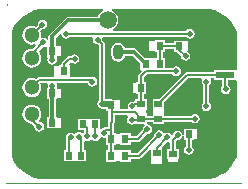
<source format=gtl>
%FSLAX25Y25*%
%MOIN*%
G70*
G01*
G75*
G04 Layer_Physical_Order=1*
G04 Layer_Color=255*
%ADD10C,0.05118*%
%ADD11R,0.05906X0.02165*%
%ADD12R,0.02165X0.02559*%
%ADD13R,0.02559X0.02165*%
%ADD14R,0.02362X0.02756*%
%ADD15R,0.02756X0.02362*%
%ADD16C,0.00787*%
%ADD17C,0.01181*%
%ADD18C,0.01969*%
%ADD19R,0.00197X0.00630*%
%ADD20R,0.78740X0.00315*%
%ADD21C,0.05906*%
%ADD22O,0.03500X0.05000*%
%ADD23C,0.01969*%
G36*
X40511Y22189D02*
X40622Y21981D01*
X40288Y21481D01*
X40166Y20866D01*
X40288Y20252D01*
X40636Y19731D01*
X41157Y19383D01*
X41772Y19261D01*
X42386Y19383D01*
X42661Y19566D01*
X43012Y19566D01*
Y19566D01*
X45943D01*
X46088Y19088D01*
X45912Y18970D01*
X45564Y18449D01*
X45442Y17835D01*
X45472Y17679D01*
X43403Y15610D01*
X41424D01*
Y16578D01*
X37881D01*
Y16360D01*
X36700D01*
Y16578D01*
X35931D01*
Y19544D01*
X36006Y19655D01*
X36018Y19719D01*
X36082Y20039D01*
Y22422D01*
X40356D01*
X40511Y22189D01*
D02*
G37*
G36*
X67617Y57805D02*
X69431Y57369D01*
X71154Y56656D01*
X72745Y55681D01*
X74163Y54469D01*
X75375Y53051D01*
X76349Y51460D01*
X76850Y50252D01*
Y37516D01*
X76477D01*
Y37516D01*
X69391D01*
Y36830D01*
X60287D01*
X59903Y36754D01*
X59795Y36682D01*
X59577Y36536D01*
X50875Y27834D01*
X48761D01*
Y24291D01*
X48980D01*
Y23110D01*
X48761D01*
Y22341D01*
X46949D01*
Y23110D01*
X46730D01*
Y24291D01*
X46949D01*
Y27834D01*
X45964D01*
Y29630D01*
X46643D01*
Y33370D01*
X45964D01*
Y35057D01*
X46990Y36083D01*
X55409D01*
X55479Y35979D01*
X56000Y35631D01*
X56614Y35509D01*
X57229Y35631D01*
X57749Y35979D01*
X58098Y36500D01*
X58220Y37114D01*
X58098Y37729D01*
X57749Y38250D01*
X57229Y38598D01*
X56614Y38720D01*
X56000Y38598D01*
X55479Y38250D01*
X55372Y38090D01*
X52994D01*
Y41598D01*
X52226D01*
Y43481D01*
X52994D01*
Y44390D01*
X55970D01*
Y43535D01*
X57015D01*
X58189Y42360D01*
X58158Y42205D01*
X58280Y41590D01*
X58628Y41069D01*
X59149Y40721D01*
X59764Y40599D01*
X60378Y40721D01*
X60899Y41069D01*
X61247Y41590D01*
X61369Y42205D01*
X61247Y42819D01*
X60899Y43340D01*
X60378Y43688D01*
X60378Y43688D01*
X60378D01*
Y43688D01*
X60385Y43755D01*
X60512D01*
X60462Y43805D01*
Y47055D01*
X59316D01*
Y47275D01*
X55970D01*
Y46397D01*
X52994D01*
Y47418D01*
X49450D01*
Y47200D01*
X47660D01*
Y43700D01*
X49450D01*
Y43481D01*
X50219D01*
Y41598D01*
X49450D01*
Y41380D01*
X48270D01*
Y41598D01*
X46232D01*
X43475Y44355D01*
X43085Y44616D01*
X42624Y44708D01*
X42624Y44708D01*
X39617D01*
X39535Y45123D01*
X39017Y45897D01*
X38243Y46415D01*
X37330Y46596D01*
X36417Y46415D01*
X35643Y45897D01*
X35125Y45123D01*
X34944Y44210D01*
Y42710D01*
X35125Y41797D01*
X35643Y41023D01*
X36417Y40505D01*
X37330Y40324D01*
X38243Y40505D01*
X39017Y41023D01*
X39535Y41797D01*
X39635Y42300D01*
X42125D01*
X44726Y39699D01*
Y37661D01*
X45077D01*
X45268Y37200D01*
X44251Y36182D01*
X44034Y35857D01*
X43957Y35472D01*
Y33370D01*
X43297D01*
Y33150D01*
X42102D01*
Y29850D01*
X43297D01*
Y29630D01*
X43957D01*
Y27834D01*
X43012D01*
Y27066D01*
X42717D01*
X42333Y26990D01*
X42278Y26954D01*
X42047Y26999D01*
X41433Y26877D01*
X40912Y26529D01*
X40564Y26008D01*
X40442Y25394D01*
X40557Y24815D01*
X40239Y24429D01*
X37898D01*
Y27420D01*
X36703D01*
Y27640D01*
X35316D01*
X35103Y27783D01*
X35001Y27803D01*
X34488Y27905D01*
X34488Y27905D01*
X33011D01*
Y46220D01*
X32948Y46541D01*
X32935Y46604D01*
X32717Y46930D01*
X32034Y47614D01*
X32039Y47638D01*
X31916Y48252D01*
X32104Y48603D01*
X59918D01*
X60006Y48471D01*
X60527Y48123D01*
X61142Y48001D01*
X61756Y48123D01*
X62277Y48471D01*
X62625Y48992D01*
X62747Y49606D01*
X62625Y50221D01*
X62277Y50742D01*
X61756Y51090D01*
X61142Y51212D01*
X60527Y51090D01*
X60006Y50742D01*
X59918Y50610D01*
X35764D01*
X35742Y50662D01*
X35599Y51083D01*
X36316Y51633D01*
X36884Y52373D01*
X37240Y53235D01*
X37362Y54160D01*
X37240Y55085D01*
X36884Y55947D01*
X36316Y56687D01*
X35575Y57255D01*
X35098Y57453D01*
X35195Y57943D01*
X65757D01*
X65786Y57949D01*
X67617Y57805D01*
D02*
G37*
G36*
X13001Y57943D02*
X32381D01*
X32479Y57453D01*
X32002Y57255D01*
X31261Y56687D01*
X30693Y55947D01*
X30452Y55364D01*
X20695D01*
X20235Y55273D01*
X19844Y55011D01*
X14424Y49592D01*
X14163Y49201D01*
X14071Y48740D01*
X14071Y48740D01*
Y47752D01*
X13593Y47607D01*
X13419Y47868D01*
X12898Y48216D01*
X12284Y48338D01*
X12032Y48288D01*
X11667Y48630D01*
X11737Y49160D01*
X11629Y49982D01*
X11377Y50588D01*
X11892Y51102D01*
X12047Y51072D01*
X12662Y51194D01*
X13183Y51542D01*
X13531Y52063D01*
X13653Y52677D01*
X13531Y53292D01*
X13183Y53812D01*
X12662Y54161D01*
X12047Y54283D01*
X11433Y54161D01*
X10912Y53812D01*
X10564Y53292D01*
X10442Y52677D01*
X10473Y52522D01*
X9946Y51995D01*
X9382Y52228D01*
X8560Y52337D01*
X7738Y52228D01*
X6972Y51911D01*
X6314Y51406D01*
X5809Y50748D01*
X5491Y49982D01*
X5383Y49160D01*
X5491Y48338D01*
X5809Y47572D01*
X6314Y46914D01*
X6972Y46409D01*
X7738Y46091D01*
X8560Y45983D01*
X9382Y46091D01*
X9634Y46196D01*
X9912Y45780D01*
X8789Y44657D01*
X8560Y44687D01*
X7738Y44578D01*
X6972Y44261D01*
X6314Y43756D01*
X5809Y43098D01*
X5491Y42332D01*
X5383Y41510D01*
X5491Y40688D01*
X5809Y39922D01*
X6314Y39264D01*
X6972Y38759D01*
X7738Y38442D01*
X8560Y38333D01*
X9382Y38442D01*
X10148Y38759D01*
X10806Y39264D01*
X11311Y39922D01*
X11629Y40688D01*
X11737Y41510D01*
X11629Y42332D01*
X11311Y43098D01*
X10806Y43756D01*
X10801Y43831D01*
X12128Y45158D01*
X12284Y45127D01*
X12898Y45249D01*
X13156Y45421D01*
X13597Y45185D01*
Y41880D01*
X13597Y41880D01*
X13597D01*
X13790Y41519D01*
X13786Y41514D01*
X13664Y40900D01*
X13786Y40285D01*
X14134Y39764D01*
X14655Y39416D01*
X15270Y39294D01*
X15884Y39416D01*
X16405Y39764D01*
X16753Y40285D01*
X16875Y40900D01*
X16753Y41514D01*
X16750Y41519D01*
X16943Y41880D01*
X16943D01*
D01*
D01*
X16943Y42100D01*
X18138D01*
Y45400D01*
X16943D01*
Y45620D01*
X16480D01*
Y48241D01*
X17895Y49657D01*
X18374Y49512D01*
X18477Y48992D01*
X18825Y48471D01*
X19346Y48123D01*
X19961Y48001D01*
X20575Y48123D01*
X21096Y48471D01*
X21184Y48603D01*
X28625D01*
X28942Y48216D01*
X28827Y47638D01*
X28950Y47023D01*
X29298Y46502D01*
X29818Y46154D01*
X30433Y46032D01*
X30618Y46069D01*
X31004Y45752D01*
Y27523D01*
X30872Y27435D01*
X30524Y26914D01*
X30402Y26299D01*
X30524Y25685D01*
X30872Y25164D01*
X31393Y24816D01*
X32008Y24694D01*
X33356D01*
Y23900D01*
X34075D01*
Y23307D01*
Y20384D01*
X34001Y20272D01*
X33924Y19888D01*
Y18444D01*
X33031D01*
X32647Y18368D01*
X32419Y18215D01*
X31826Y18098D01*
X31711Y18020D01*
X31270Y18256D01*
Y21310D01*
X27924D01*
Y21090D01*
X27333D01*
Y21310D01*
X23987D01*
Y17570D01*
X25965D01*
Y16617D01*
X25833Y16529D01*
X25801Y16481D01*
X25357D01*
X24836Y16829D01*
X24221Y16951D01*
X23607Y16829D01*
X23086Y16481D01*
X23025Y16389D01*
X22535Y16292D01*
X22071Y16601D01*
X21457Y16724D01*
X20842Y16601D01*
X20321Y16253D01*
X19973Y15733D01*
X19851Y15118D01*
X19900Y14873D01*
X19900Y14872D01*
X19823Y14488D01*
Y10808D01*
X19176D01*
Y7068D01*
X22523D01*
Y7288D01*
X23113D01*
Y7068D01*
X26460D01*
Y10808D01*
X25885D01*
Y13693D01*
X26326Y13929D01*
X26354Y13910D01*
X26969Y13788D01*
X27583Y13910D01*
X28104Y14258D01*
X28592D01*
X28598Y14249D01*
X29119Y13901D01*
X29733Y13779D01*
X30348Y13901D01*
X30869Y14249D01*
X31217Y14770D01*
X31264Y15007D01*
X31726Y15198D01*
X31826Y15131D01*
X32441Y15009D01*
X32770Y15074D01*
X33156Y14757D01*
Y12641D01*
X33924D01*
Y10949D01*
X33156D01*
Y7012D01*
X36700D01*
Y7230D01*
X37881D01*
Y7012D01*
X41424D01*
Y7976D01*
X44256D01*
X44640Y8053D01*
X44965Y8270D01*
X47670Y10975D01*
X48131Y10783D01*
Y7981D01*
X48350D01*
Y6190D01*
X51850D01*
Y7981D01*
X52069D01*
Y11524D01*
X52069Y11524D01*
X52069D01*
X51910Y11908D01*
X53506Y13504D01*
X53661Y13473D01*
X54201Y13580D01*
X54587Y13263D01*
Y11326D01*
X53740D01*
Y7980D01*
X53960D01*
Y6784D01*
X57260D01*
Y7980D01*
X57480D01*
Y11326D01*
X56594D01*
Y13797D01*
X56931Y14134D01*
X57087Y14103D01*
X57701Y14225D01*
X58222Y14573D01*
X58570Y15094D01*
X58689Y15692D01*
X58689Y15692D01*
X58689Y15692D01*
X59187Y15643D01*
Y14180D01*
X59863D01*
Y12081D01*
X59731Y11993D01*
X59383Y11472D01*
X59260Y10857D01*
X59383Y10243D01*
X59731Y9722D01*
X60252Y9374D01*
X60866Y9252D01*
X61481Y9374D01*
X62002Y9722D01*
X62350Y10243D01*
X62472Y10857D01*
X62350Y11472D01*
X62002Y11993D01*
X61870Y12081D01*
Y14180D01*
X62533D01*
Y14400D01*
X63728D01*
Y17700D01*
X62533D01*
Y17920D01*
X59187D01*
Y15775D01*
X58689Y15726D01*
X58570Y16323D01*
X58222Y16844D01*
X57701Y17192D01*
X57087Y17314D01*
X56472Y17192D01*
X55951Y16844D01*
X55603Y16323D01*
X55529Y15950D01*
X55038Y15852D01*
X54797Y16214D01*
X54276Y16562D01*
X53661Y16684D01*
X53047Y16562D01*
X52968Y16509D01*
X52428Y16402D01*
X52080Y16923D01*
X51559Y17271D01*
X50945Y17393D01*
X50330Y17271D01*
X49810Y16923D01*
X49461Y16402D01*
X49339Y15787D01*
X49390Y15533D01*
X43840Y9984D01*
X41424D01*
Y10949D01*
X37881D01*
Y10730D01*
X36700D01*
Y10949D01*
X35931D01*
Y12641D01*
X36700D01*
Y12860D01*
X37881D01*
Y12641D01*
X41424D01*
Y13603D01*
X43819D01*
X44203Y13679D01*
X44528Y13897D01*
X46892Y16260D01*
X47047Y16229D01*
X47662Y16351D01*
X48183Y16699D01*
X48531Y17220D01*
X48653Y17835D01*
X48531Y18449D01*
X48183Y18970D01*
X47662Y19318D01*
X47047Y19440D01*
D01*
X46962Y19497D01*
X46949Y19566D01*
X46949Y19566D01*
X46949Y19566D01*
Y20334D01*
X48761D01*
Y19566D01*
X52698D01*
Y20334D01*
X61689D01*
X61777Y20202D01*
X62298Y19854D01*
X62913Y19732D01*
X63527Y19854D01*
X64048Y20202D01*
X64396Y20723D01*
X64518Y21338D01*
X64396Y21952D01*
X64048Y22473D01*
X63527Y22821D01*
X62913Y22943D01*
X62298Y22821D01*
X61777Y22473D01*
X61689Y22341D01*
X52698D01*
Y23110D01*
X52480D01*
Y24291D01*
X52698D01*
Y26819D01*
X60703Y34823D01*
X65016D01*
X65252Y34382D01*
X65202Y34308D01*
X65080Y33694D01*
X65202Y33079D01*
X65550Y32558D01*
X65682Y32470D01*
Y26689D01*
X65550Y26601D01*
X65202Y26080D01*
X65080Y25465D01*
X65202Y24851D01*
X65550Y24330D01*
X66071Y23982D01*
X66686Y23859D01*
X67300Y23982D01*
X67821Y24330D01*
X68169Y24851D01*
X68291Y25465D01*
X68169Y26080D01*
X67821Y26601D01*
X67689Y26689D01*
Y32470D01*
X67821Y32558D01*
X68169Y33079D01*
X68291Y33694D01*
X68169Y34308D01*
X68120Y34382D01*
X68355Y34823D01*
X69391D01*
Y34169D01*
X71910D01*
Y32042D01*
X71666Y31677D01*
X71544Y31063D01*
X71666Y30448D01*
X72014Y29928D01*
X72535Y29580D01*
X73150Y29457D01*
X73764Y29580D01*
X74285Y29928D01*
X74633Y30448D01*
X74755Y31063D01*
X74633Y31677D01*
X74285Y32198D01*
X73917Y32444D01*
Y34169D01*
X76477D01*
Y34169D01*
X76496D01*
X76850Y33816D01*
Y8690D01*
X76364Y7518D01*
X75401Y5947D01*
X74204Y4545D01*
X72803Y3348D01*
X71231Y2385D01*
X69528Y1679D01*
X67735Y1249D01*
X65925Y1106D01*
X65898Y1112D01*
X13001D01*
X12972Y1106D01*
X11141Y1250D01*
X9327Y1686D01*
X7604Y2400D01*
X6013Y3374D01*
X4595Y4586D01*
X3383Y6004D01*
X2409Y7595D01*
X1908Y8803D01*
Y50252D01*
X2409Y51460D01*
X3383Y53051D01*
X4595Y54469D01*
X6013Y55681D01*
X7604Y56656D01*
X9327Y57369D01*
X11141Y57805D01*
X12972Y57949D01*
X13001Y57943D01*
D02*
G37*
%LPC*%
G36*
X8560Y26027D02*
X7738Y25918D01*
X6972Y25601D01*
X6314Y25096D01*
X5809Y24438D01*
X5491Y23672D01*
X5383Y22850D01*
X5491Y22028D01*
X5809Y21262D01*
X6314Y20604D01*
X6972Y20099D01*
X7738Y19782D01*
X8461Y19686D01*
X9409Y18738D01*
X9379Y18583D01*
X9501Y17968D01*
X9849Y17447D01*
X10370Y17099D01*
X10984Y16977D01*
X11599Y17099D01*
X12120Y17447D01*
X12468Y17968D01*
X12590Y18583D01*
X12468Y19197D01*
X12120Y19718D01*
X11599Y20066D01*
X10984Y20188D01*
X10984Y20188D01*
X10984Y20188D01*
X10786Y20298D01*
X10806Y20604D01*
X11311Y21262D01*
X11629Y22028D01*
X11737Y22850D01*
X11629Y23672D01*
X11311Y24438D01*
X10806Y25096D01*
X10148Y25601D01*
X9382Y25918D01*
X8560Y26027D01*
D02*
G37*
G36*
X22795Y42787D02*
X22181Y42665D01*
X21660Y42316D01*
X21572Y42185D01*
X20984D01*
X20600Y42108D01*
X20275Y41891D01*
X18661Y40277D01*
X18443Y39951D01*
X18367Y39567D01*
Y39079D01*
X17598D01*
Y38860D01*
X15808D01*
Y35360D01*
D01*
Y35360D01*
X15624Y35177D01*
X10984D01*
X10600Y35100D01*
X10275Y34883D01*
X9961Y34569D01*
X9382Y34808D01*
X8560Y34917D01*
X7738Y34808D01*
X6972Y34491D01*
X6314Y33986D01*
X5809Y33328D01*
X5491Y32562D01*
X5383Y31740D01*
X5491Y30918D01*
X5809Y30152D01*
X6314Y29494D01*
X6972Y28989D01*
X7738Y28672D01*
X8560Y28563D01*
X9382Y28672D01*
X10148Y28989D01*
X10806Y29494D01*
X11311Y30152D01*
X11629Y30918D01*
X11737Y31740D01*
X11629Y32562D01*
X11384Y33153D01*
X11400Y33170D01*
X13546D01*
X13864Y32783D01*
X13749Y32205D01*
X13871Y31590D01*
X13871D01*
X13660Y31570D01*
X13673Y31571D01*
X13660Y31570D01*
X13660D01*
Y27830D01*
X14145D01*
Y21860D01*
X13677D01*
Y18120D01*
X17023D01*
Y18340D01*
X18218D01*
Y21640D01*
X17023D01*
Y21860D01*
X16554D01*
Y27830D01*
X17007D01*
Y28050D01*
X18202D01*
X18152Y28100D01*
Y31350D01*
X17184D01*
X17007Y31566D01*
Y31570D01*
X17007D01*
X17003Y31571D01*
X16867Y31736D01*
X16960Y32205D01*
X16838Y32819D01*
X17025Y33170D01*
X27099D01*
X27139Y32968D01*
X27487Y32447D01*
X28008Y32099D01*
X28622Y31977D01*
X29237Y32099D01*
X29757Y32447D01*
X30106Y32968D01*
X30228Y33583D01*
X30106Y34197D01*
X29757Y34718D01*
X29237Y35066D01*
X28622Y35188D01*
X28298Y35124D01*
X28032Y35177D01*
X21141D01*
Y39079D01*
X21074D01*
X20928Y39557D01*
X21660Y40046D01*
X22181Y39698D01*
X22795Y39575D01*
X23410Y39698D01*
X23931Y40046D01*
X24279Y40567D01*
X24401Y41181D01*
X24279Y41796D01*
X23931Y42316D01*
X23410Y42665D01*
X22795Y42787D01*
D02*
G37*
%LPD*%
D10*
X8560Y49160D02*
D03*
Y41510D02*
D03*
Y31740D02*
D03*
Y22850D02*
D03*
X8530Y14170D02*
D03*
D11*
X72934Y35842D02*
D03*
Y23213D02*
D03*
D12*
X15270Y43750D02*
D03*
X19207D02*
D03*
X19270Y29700D02*
D03*
X15333D02*
D03*
X44970Y31500D02*
D03*
X41033D02*
D03*
X20850Y8938D02*
D03*
X24787D02*
D03*
X35030Y25770D02*
D03*
X38967D02*
D03*
X25660Y19440D02*
D03*
X29597D02*
D03*
X15350Y19990D02*
D03*
X19287D02*
D03*
X61580Y45405D02*
D03*
X57643D02*
D03*
X60860Y16050D02*
D03*
X64797D02*
D03*
D13*
X55610Y9653D02*
D03*
Y5716D02*
D03*
D14*
X19370Y37110D02*
D03*
X14645D02*
D03*
X51222Y39630D02*
D03*
X46498D02*
D03*
Y45450D02*
D03*
X51222D02*
D03*
X39652Y14610D02*
D03*
X34928D02*
D03*
X39652Y8980D02*
D03*
X34928D02*
D03*
D15*
X50730Y21338D02*
D03*
Y26062D02*
D03*
X44980Y21338D02*
D03*
Y26062D02*
D03*
X50100Y9752D02*
D03*
Y5028D02*
D03*
D16*
X8583Y20984D02*
X10984Y18583D01*
X8543Y31732D02*
X10984Y34173D01*
X8543Y42992D02*
X12284Y46732D01*
X8583Y49213D02*
X12047Y52677D01*
X50079Y11496D02*
X53661Y15079D01*
X50079Y9764D02*
Y11496D01*
X55590Y14213D02*
X57087Y15709D01*
X55590Y9606D02*
Y14213D01*
X60866Y10857D02*
Y16063D01*
X20827Y14488D02*
X21457Y15118D01*
X20827Y8779D02*
Y14488D01*
X24221Y15345D02*
X24882Y14685D01*
Y8819D02*
Y14685D01*
X26969Y15394D02*
Y18189D01*
X25669Y19488D02*
X26969Y18189D01*
X29733Y15385D02*
Y19243D01*
X29606Y19370D02*
X29733Y19243D01*
X20984Y41181D02*
X22795D01*
X19370Y39567D02*
X20984Y41181D01*
X19370Y37087D02*
Y39567D01*
X42893Y23425D02*
X44980Y21338D01*
X56614Y37087D02*
Y37114D01*
X44961Y35472D02*
X46575Y37087D01*
X44961Y26063D02*
Y35472D01*
X51222Y39630D02*
Y45392D01*
X57638Y44331D02*
X59764Y42205D01*
X57638Y44331D02*
Y45394D01*
X51221D02*
X57638D01*
X44980Y21338D02*
X50591D01*
X50730Y26062D02*
Y26270D01*
X60287Y35827D01*
X72913D01*
Y31299D02*
X73150Y31063D01*
X72913Y31299D02*
Y35827D01*
X42717Y26063D02*
X44961D01*
X42047Y25394D02*
X42717Y26063D01*
X46575Y37087D02*
X56614D01*
X28032Y34173D02*
X28622Y33583D01*
X10984Y34173D02*
X28032D01*
X66686Y25465D02*
Y33694D01*
X19961Y49606D02*
X61142D01*
X34928Y19888D02*
X35079Y20039D01*
X35039Y25591D02*
X35079Y25551D01*
Y23307D02*
Y25551D01*
X35197Y23425D02*
X42893D01*
X35079Y20039D02*
Y23307D01*
X35197Y23425D01*
X43819Y14606D02*
X47047Y17835D01*
X44548Y20906D02*
X44980Y21338D01*
X41772Y20866D02*
X41811Y20906D01*
X42008Y21102D01*
X41811Y20906D02*
X44548D01*
X41693D02*
X41811D01*
X39685Y14606D02*
X43819D01*
X39652Y8980D02*
X44256D01*
X50984Y15709D01*
X32008Y26299D02*
Y46220D01*
X30591Y47638D02*
X32008Y46220D01*
X30433Y47638D02*
X30591D01*
X50730Y21338D02*
X62913D01*
X32441Y16614D02*
Y16850D01*
X33031Y17441D01*
X34921D01*
X34928Y8980D02*
Y19888D01*
D17*
X20695Y54160D02*
X33788D01*
X15276Y48740D02*
X20695Y54160D01*
X15270Y40900D02*
Y43750D01*
X15276Y43740D02*
Y48740D01*
X15350Y19990D02*
Y29680D01*
X15354Y29724D02*
Y32205D01*
X42624Y43504D02*
X46498Y39630D01*
X37362Y43504D02*
X42624D01*
D18*
X32008Y26299D02*
X34488D01*
X35039Y25748D01*
D19*
X413Y59213D02*
D03*
D20*
X39252Y-472D02*
D03*
D21*
X33788Y54160D02*
D03*
X44969D02*
D03*
D22*
X27330Y43460D02*
D03*
X37330D02*
D03*
D23*
X10984Y18583D02*
D03*
X12284Y46732D02*
D03*
X12047Y52677D02*
D03*
X55394Y28150D02*
D03*
X57795D02*
D03*
X57874Y25945D02*
D03*
X55394D02*
D03*
X47047Y17835D02*
D03*
X50945Y15787D02*
D03*
X53661Y15079D02*
D03*
X57087Y15709D02*
D03*
X60866Y10857D02*
D03*
X21457Y15118D02*
D03*
X24221Y15345D02*
D03*
X26969Y15394D02*
D03*
X29733Y15385D02*
D03*
X15270Y40900D02*
D03*
X22795Y41181D02*
D03*
X15354Y32205D02*
D03*
X32008Y26299D02*
D03*
X56614Y37114D02*
D03*
X59764Y42205D02*
D03*
X73150Y31063D02*
D03*
X42047Y25394D02*
D03*
X28622Y33583D02*
D03*
X66686Y25465D02*
D03*
Y33694D02*
D03*
X61142Y49606D02*
D03*
X19961D02*
D03*
X68425Y9646D02*
D03*
X41339Y39331D02*
D03*
X23110Y46496D02*
D03*
X70748Y42244D02*
D03*
X35906Y29370D02*
D03*
X41772Y20866D02*
D03*
X30433Y47638D02*
D03*
X47520Y23740D02*
D03*
X62795Y38543D02*
D03*
X37126Y17362D02*
D03*
X62913Y21338D02*
D03*
X32441Y16614D02*
D03*
X48346Y33543D02*
D03*
X26969Y26772D02*
D03*
X37165Y21378D02*
D03*
M02*

</source>
